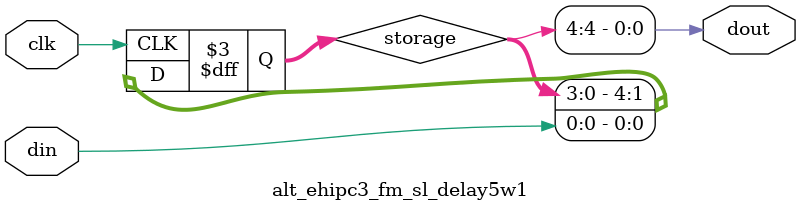
<source format=v>



`timescale 1ps/1ps


module alt_ehipc3_fm_sl_delay5w1 #(
    parameter SIM_EMULATE = 1'b0
) (
    input clk,
    input [0:0] din,
    output [0:0] dout
);

localparam WIDTH = 1;
localparam LATENCY = 5;

reg [WIDTH*LATENCY-1:0] storage = {(WIDTH*LATENCY){1'b0}} /* synthesis preserve */;
always @(posedge clk) begin
	storage <= {storage [WIDTH*(LATENCY-1)-1:0],din};
end
assign dout = storage [WIDTH*LATENCY-1:WIDTH*(LATENCY-1)];
endmodule

`ifdef QUESTA_INTEL_OEM
`pragma questa_oem_00 "iNcmQeM5R+2wXyQcrIvK9Aed2O3DNv4QGFTpmcaGURS3nf96+gCegtWg50e6rleWE64VT4+790Ghs95mog/VHoEYybDIGn5EoWfqpEPzBOW06ogVsMbRm79acU6L09a0INNw7swJhWgHQdzl07TrCbOuFN5j/YV4soVomm30RbpyPicKqaC/jMGdl00awWTRKYI/LlUWB2031x5qz4fwVbhj6DvZKYVLlQLmylj6M7t3v6t7VeatKvpJE0BTFnleswT1mmWO/Wm5dF4GpI+fEryX4/MpMLKjHkPsOYUHVUMf1UvMB42I6Y2ImQnJZapuarBhBzHw1K1qiatvoiJtHOkbYbwRfxktUFys1a+G1TXDw7BX+J/5hXvqAKkROnLTLwnmyc3vfUefepKc+lmQElP1f3czzig8LhBVLuWSROdL8+iUNNl5QF1IXOghlMOTRKkDEGAbdrv90WFO4vAfhWGw9scNE3aQlgrv/RBrll4orIyZTij42HQigWGu4OqMLesGcTPGTz5frkSqqNSHUZxrBSUDOAoWc6CbjQs/P1uui6lC+zRp1KuQLKtI81FWFQd/04pe/Bz4dXPV3IFimR+xxhvzo0LAvMnIFwjOtj+zEPfy+di1SQQoO19JD2HQ+bt2EqedyvaHptn5rQTL/uqcA7MYiEm02b4WJkptHQYhgxLM/xUTXnNDhQXn1oMNy7zTzKl8n8HULhbDOg3q/JeQJLaTvAjjJZdR67YMQTgUbmMDP7PgrHn/TDWkxA+svsOzp4Ynau37RSjHdqQ2B8MHuz4ulN9qz3A0UGY2VoSLob4XERhT3BYr9XONrrQ8XlBFFcnImbtokh4eqD5B466n04AY0xfhmZ4D+sQzN+K3E0T6aYksGYb4jLOHUKlcTOL8wdPQk+0/nNhAQBuCUj26yaYPDbWbd89sn+ecIHBMliktu4ueLiB0YBH1815RXCa7SrnMnB2xKbadhjAC05x57XY618mLuG8S88M6Ruupp/sMnXhsUCLX+qYREiCI"
`endif
</source>
